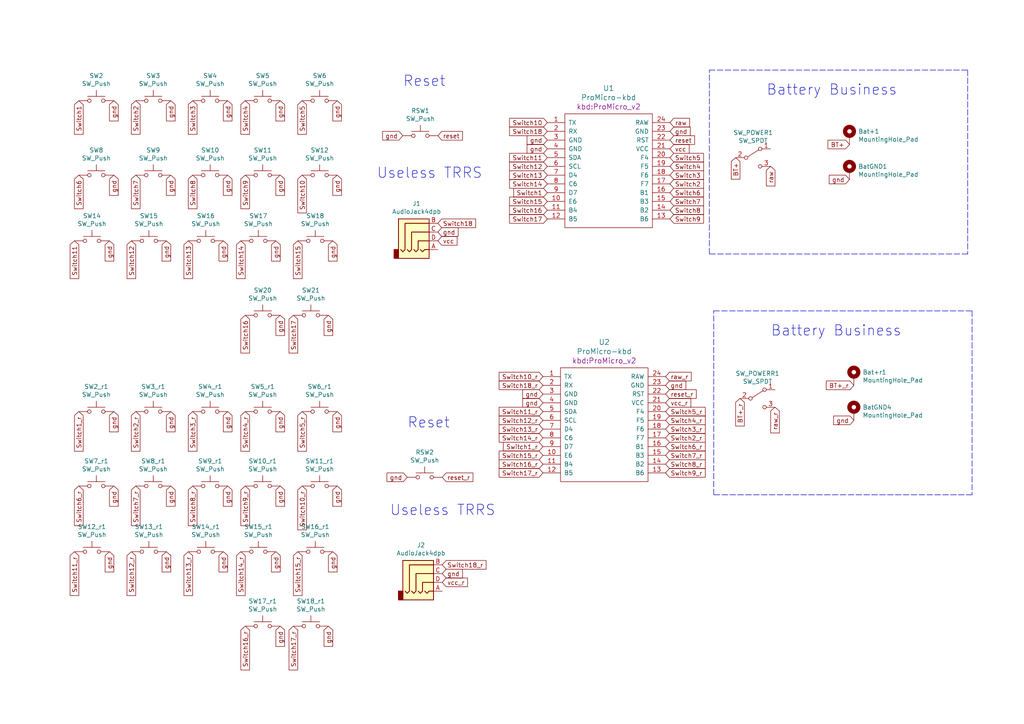
<source format=kicad_sch>
(kicad_sch (version 20211123) (generator eeschema)
  (paper "A4")
  (title_block (title "Sweep Mid") (date "2022-04-08") (rev "0.1") (company "broomlabs"))
  (lib_symbols
    (symbol "Mechanical:MountingHole_Pad" (pin_numbers hide) (pin_names (offset 1.016) hide)
      (property "Reference" "H" (at 0 6.35 0))
      (property "Value" "Mechanical_MountingHole_Pad" (at 0 4.445 0))
      (symbol "MountingHole_Pad_0_1"
        (circle (center 0 1.27) (radius 1.27) (stroke (width 1.27)))
      )
      (symbol "MountingHole_Pad_1_1"
        (pin input line (at 0 -2.54 90) (length 2.54) (name "1") (number "1"))
      )
    )
    (symbol "Switch:SW_Push" (pin_numbers hide) (pin_names (offset 1.016) hide)
      (property "Reference" "SW" (at 1.27 2.54 0))
      (property "Value" "Switch_SW_Push" (at 0 -1.524 0))
      (symbol "SW_Push_0_1"
        (circle (center -2.032 0) (radius 0.508))
        (polyline (pts (xy 0 1.27) (xy 0 3.048)))
        (polyline (pts (xy 2.54 1.27) (xy -2.54 1.27)))
        (circle (center 2.032 0) (radius 0.508))
        (pin passive line (at -5.08 0 0) (length 2.54) (name "1") (number "1"))
        (pin passive line (at 5.08 0 180) (length 2.54) (name "2") (number "2"))
      )
    )
    (symbol "Switch:SW_SPDT" (pin_names (offset 0) hide)
      (property "Reference" "SW" (at 0 4.318 0))
      (property "Value" "Switch_SW_SPDT" (at 0 -5.08 0))
      (symbol "SW_SPDT_0_0"
        (circle (center -2.032 0) (radius 0.508))
        (circle (center 2.032 -2.54) (radius 0.508))
      )
      (symbol "SW_SPDT_0_1"
        (polyline (pts (xy -1.524 0.254) (xy 1.651 2.286)))
        (circle (center 2.032 2.54) (radius 0.508))
      )
      (symbol "SW_SPDT_1_1"
        (pin passive line (at 5.08 2.54 180) (length 2.54) (name "A") (number "1"))
        (pin passive line (at -5.08 0 0) (length 2.54) (name "B") (number "2"))
        (pin passive line (at 5.08 -2.54 180) (length 2.54) (name "C") (number "3"))
      )
    )
    (symbol "sweepv2-rescue:ProMicro-kbd-bigblackpill-34key-rescue" (pin_names (offset 1.016))
      (property "Reference" "U" (at 0 24.13 0))
      (property "Value" "sweepv2-rescue_ProMicro-kbd-bigblackpill-34key-rescue" (at 0 -13.97 0))
      (symbol "ProMicro-kbd-bigblackpill-34key-rescue_0_1"
        (rectangle (start -12.7 21.59) (end 12.7 -11.43))
      )
      (symbol "ProMicro-kbd-bigblackpill-34key-rescue_1_1"
        (pin bidirectional line (at -17.78 19.05 0) (length 5.08) (name "TX") (number "1"))
        (pin bidirectional line (at -17.78 -3.81 0) (length 5.08) (name "E6") (number "10"))
        (pin bidirectional line (at -17.78 -6.35 0) (length 5.08) (name "B4") (number "11"))
        (pin bidirectional line (at -17.78 -8.89 0) (length 5.08) (name "B5") (number "12"))
        (pin bidirectional line (at 17.78 -8.89 180) (length 5.08) (name "B6") (number "13"))
        (pin bidirectional line (at 17.78 -6.35 180) (length 5.08) (name "B2") (number "14"))
        (pin bidirectional line (at 17.78 -3.81 180) (length 5.08) (name "B3") (number "15"))
        (pin bidirectional line (at 17.78 -1.27 180) (length 5.08) (name "B1") (number "16"))
        (pin bidirectional line (at 17.78 1.27 180) (length 5.08) (name "F7") (number "17"))
        (pin bidirectional line (at 17.78 3.81 180) (length 5.08) (name "F6") (number "18"))
        (pin bidirectional line (at 17.78 6.35 180) (length 5.08) (name "F5") (number "19"))
        (pin bidirectional line (at -17.78 16.51 0) (length 5.08) (name "RX") (number "2"))
        (pin bidirectional line (at 17.78 8.89 180) (length 5.08) (name "F4") (number "20"))
        (pin power_in line (at 17.78 11.43 180) (length 5.08) (name "VCC") (number "21"))
        (pin input line (at 17.78 13.97 180) (length 5.08) (name "RST") (number "22"))
        (pin power_in line (at 17.78 16.51 180) (length 5.08) (name "GND") (number "23"))
        (pin power_out line (at 17.78 19.05 180) (length 5.08) (name "RAW") (number "24"))
        (pin power_in line (at -17.78 13.97 0) (length 5.08) (name "GND") (number "3"))
        (pin power_in line (at -17.78 11.43 0) (length 5.08) (name "GND") (number "4"))
        (pin bidirectional line (at -17.78 8.89 0) (length 5.08) (name "SDA") (number "5"))
        (pin bidirectional line (at -17.78 6.35 0) (length 5.08) (name "SCL") (number "6"))
        (pin bidirectional line (at -17.78 3.81 0) (length 5.08) (name "D4") (number "7"))
        (pin bidirectional line (at -17.78 1.27 0) (length 5.08) (name "C6") (number "8"))
        (pin bidirectional line (at -17.78 -1.27 0) (length 5.08) (name "D7") (number "9"))
      )
    )
    (symbol "tokas_bp:AudioJack4dpb"
      (property "Reference" "J" (at 0 8.89 0))
      (property "Value" "tokas_bp_AudioJack4dpb" (at 0 6.35 0))
      (symbol "AudioJack4dpb_0_1"
        (rectangle (start -6.35 -5.08) (end -7.62 -7.62) (stroke (width 0.254)) (fill (type outline)))
        (polyline (pts (xy 0 -5.08) (xy 0.635 -5.715) (xy 1.27 -5.08) (xy 2.54 -5.08)) (stroke (width 0.254)))
        (polyline (pts (xy -5.715 -5.08) (xy -5.08 -5.715) (xy -4.445 -5.08) (xy -4.445 2.54) (xy 2.54 2.54)) (stroke (width 0.254)))
        (polyline (pts (xy -1.905 -5.08) (xy -1.27 -5.715) (xy -0.635 -5.08) (xy -0.635 -2.54) (xy 2.54 -2.54)) (stroke (width 0.254)))
        (polyline (pts (xy 2.54 0) (xy -2.54 0) (xy -2.54 -5.08) (xy -3.175 -5.715) (xy -3.81 -5.08)) (stroke (width 0.254)))
        (rectangle (start 2.54 3.81) (end -6.35 -7.62) (stroke (width 0.254)) (fill (type background)))
      )
      (symbol "AudioJack4dpb_1_1"
        (pin passive line (at 5.08 -5.08 180) (length 2.54) (name "~") (number "A"))
        (pin passive line (at 5.08 2.54 180) (length 2.54) (name "~") (number "B"))
        (pin passive line (at 5.08 0 180) (length 2.54) (name "~") (number "C"))
        (pin passive line (at 5.08 -2.54 180) (length 2.54) (name "~") (number "D"))
      )
    )
  )
  (polyline (pts (xy 280.67 73.66) (xy 205.74 73.66)))
  (polyline (pts (xy 281.94 90.17) (xy 281.94 143.51)))
  (polyline (pts (xy 205.74 73.66) (xy 205.74 20.32)))
  (polyline (pts (xy 280.67 20.32) (xy 280.67 73.66)))
  (polyline (pts (xy 205.74 20.32) (xy 280.67 20.32)))
  (polyline (pts (xy 281.94 143.51) (xy 207.01 143.51)))
  (polyline (pts (xy 207.01 143.51) (xy 207.01 90.17)))
  (polyline (pts (xy 207.01 90.17) (xy 281.94 90.17)))
  (text "Battery Business" (at 223.52 97.79 0) (effects (font (size 2.9972 2.9972)) (justify left bottom)))
  (text "Useless TRRS\n" (at 113.03 149.86 0) (effects (font (size 2.9972 2.9972)) (justify left bottom)))
  (text "Reset" (at 116.84 25.4 0) (effects (font (size 2.9972 2.9972)) (justify left bottom)))
  (text "Battery Business" (at 222.25 27.94 0) (effects (font (size 2.9972 2.9972)) (justify left bottom)))
  (text "Reset" (at 118.11 124.46 0) (effects (font (size 2.9972 2.9972)) (justify left bottom)))
  (text "Useless TRRS\n" (at 109.22 52.07 0) (effects (font (size 2.9972 2.9972)) (justify left bottom)))
  (global_label "Switch4" (shape input) (at 71.12 29.21 270) (property "Intersheet References" "${INTERSHEET_REFS}" (effects hide)))
  (global_label "Switch6_r" (shape input) (at 22.86 140.97 270) (property "Intersheet References" "${INTERSHEET_REFS}" (effects hide)))
  (global_label "gnd" (shape input) (at 33.02 29.21 270) (property "Intersheet References" "${INTERSHEET_REFS}" (effects hide)))
  (global_label "raw_r" (shape input) (at 193.04 109.22 0) (property "Intersheet References" "${INTERSHEET_REFS}" (effects hide)))
  (global_label "Switch5_r" (shape input) (at 87.63 119.38 270) (property "Intersheet References" "${INTERSHEET_REFS}" (effects hide)))
  (global_label "gnd" (shape input) (at 118.11 138.43 180) (property "Intersheet References" "${INTERSHEET_REFS}" (effects hide)))
  (global_label "gnd" (shape input) (at 97.79 50.8 270) (property "Intersheet References" "${INTERSHEET_REFS}" (effects hide)))
  (global_label "reset_r" (shape input) (at 193.04 114.3 0) (property "Intersheet References" "${INTERSHEET_REFS}" (effects hide)))
  (global_label "Switch11" (shape input) (at 158.75 45.72 180) (property "Intersheet References" "${INTERSHEET_REFS}" (effects hide)))
  (global_label "Switch3_r" (shape input) (at 193.04 124.46 0) (property "Intersheet References" "${INTERSHEET_REFS}" (effects hide)))
  (global_label "gnd" (shape input) (at 31.75 160.02 270) (property "Intersheet References" "${INTERSHEET_REFS}" (effects hide)))
  (global_label "gnd" (shape input) (at 158.75 43.18 180) (property "Intersheet References" "${INTERSHEET_REFS}" (effects hide)))
  (global_label "Switch18" (shape input) (at 158.75 38.1 180) (property "Intersheet References" "${INTERSHEET_REFS}" (effects hide)))
  (global_label "Switch17_r" (shape input) (at 157.48 137.16 180) (property "Intersheet References" "${INTERSHEET_REFS}" (effects hide)))
  (global_label "gnd" (shape input) (at 81.28 29.21 270) (property "Intersheet References" "${INTERSHEET_REFS}" (effects hide)))
  (global_label "Switch11" (shape input) (at 21.59 69.85 270) (property "Intersheet References" "${INTERSHEET_REFS}" (effects hide)))
  (global_label "raw_r" (shape input) (at 224.79 118.11 270) (property "Intersheet References" "${INTERSHEET_REFS}" (effects hide)))
  (global_label "Switch13_r" (shape input) (at 54.61 160.02 270) (property "Intersheet References" "${INTERSHEET_REFS}" (effects hide)))
  (global_label "Switch16_r" (shape input) (at 71.12 181.61 270) (property "Intersheet References" "${INTERSHEET_REFS}" (effects hide)))
  (global_label "Switch12" (shape input) (at 38.1 69.85 270) (property "Intersheet References" "${INTERSHEET_REFS}" (effects hide)))
  (global_label "BT+" (shape input) (at 213.36 45.72 270) (property "Intersheet References" "${INTERSHEET_REFS}" (effects hide)))
  (global_label "Switch11_r" (shape input) (at 157.48 119.38 180) (property "Intersheet References" "${INTERSHEET_REFS}" (effects hide)))
  (global_label "gnd" (shape input) (at 96.52 160.02 270) (property "Intersheet References" "${INTERSHEET_REFS}" (effects hide)))
  (global_label "gnd" (shape input) (at 33.02 50.8 270) (property "Intersheet References" "${INTERSHEET_REFS}" (effects hide)))
  (global_label "Switch3_r" (shape input) (at 55.88 119.38 270) (property "Intersheet References" "${INTERSHEET_REFS}" (effects hide)))
  (global_label "Switch8" (shape input) (at 55.88 50.8 270) (property "Intersheet References" "${INTERSHEET_REFS}" (effects hide)))
  (global_label "Switch2_r" (shape input) (at 39.37 119.38 270) (property "Intersheet References" "${INTERSHEET_REFS}" (effects hide)))
  (global_label "gnd" (shape input) (at 33.02 119.38 270) (property "Intersheet References" "${INTERSHEET_REFS}" (effects hide)))
  (global_label "gnd" (shape input) (at 64.77 160.02 270) (property "Intersheet References" "${INTERSHEET_REFS}" (effects hide)))
  (global_label "gnd" (shape input) (at 66.04 50.8 270) (property "Intersheet References" "${INTERSHEET_REFS}" (effects hide)))
  (global_label "reset" (shape input) (at 127 39.37 0) (property "Intersheet References" "${INTERSHEET_REFS}" (effects hide)))
  (global_label "gnd" (shape input) (at 81.28 140.97 270) (property "Intersheet References" "${INTERSHEET_REFS}" (effects hide)))
  (global_label "Switch4_r" (shape input) (at 71.12 119.38 270) (property "Intersheet References" "${INTERSHEET_REFS}" (effects hide)))
  (global_label "Switch4" (shape input) (at 194.31 48.26 0) (property "Intersheet References" "${INTERSHEET_REFS}" (effects hide)))
  (global_label "Switch2" (shape input) (at 39.37 29.21 270) (property "Intersheet References" "${INTERSHEET_REFS}" (effects hide)))
  (global_label "gnd" (shape input) (at 31.75 69.85 270) (property "Intersheet References" "${INTERSHEET_REFS}" (effects hide)))
  (global_label "reset_r" (shape input) (at 128.27 138.43 0) (property "Intersheet References" "${INTERSHEET_REFS}" (effects hide)))
  (global_label "Switch13" (shape input) (at 158.75 50.8 180) (property "Intersheet References" "${INTERSHEET_REFS}" (effects hide)))
  (global_label "Switch14" (shape input) (at 158.75 53.34 180) (property "Intersheet References" "${INTERSHEET_REFS}" (effects hide)))
  (global_label "Switch7_r" (shape input) (at 39.37 140.97 270) (property "Intersheet References" "${INTERSHEET_REFS}" (effects hide)))
  (global_label "Switch17_r" (shape input) (at 85.09 181.61 270) (property "Intersheet References" "${INTERSHEET_REFS}" (effects hide)))
  (global_label "Switch1" (shape input) (at 158.75 55.88 180) (property "Intersheet References" "${INTERSHEET_REFS}" (effects hide)))
  (global_label "gnd" (shape input) (at 97.79 140.97 270) (property "Intersheet References" "${INTERSHEET_REFS}" (effects hide)))
  (global_label "Switch10_r" (shape input) (at 87.63 140.97 270) (property "Intersheet References" "${INTERSHEET_REFS}" (effects hide)))
  (global_label "Switch10_r" (shape input) (at 157.48 109.22 180) (property "Intersheet References" "${INTERSHEET_REFS}" (effects hide)))
  (global_label "Switch18" (shape input) (at 127 64.77 0) (property "Intersheet References" "${INTERSHEET_REFS}" (effects hide)))
  (global_label "gnd" (shape input) (at 80.01 69.85 270) (property "Intersheet References" "${INTERSHEET_REFS}" (effects hide)))
  (global_label "Switch14_r" (shape input) (at 69.85 160.02 270) (property "Intersheet References" "${INTERSHEET_REFS}" (effects hide)))
  (global_label "gnd" (shape input) (at 81.28 91.44 270) (property "Intersheet References" "${INTERSHEET_REFS}" (effects hide)))
  (global_label "gnd" (shape input) (at 48.26 69.85 270) (property "Intersheet References" "${INTERSHEET_REFS}" (effects hide)))
  (global_label "Switch7_r" (shape input) (at 193.04 132.08 0) (property "Intersheet References" "${INTERSHEET_REFS}" (effects hide)))
  (global_label "Switch17" (shape input) (at 158.75 63.5 180) (property "Intersheet References" "${INTERSHEET_REFS}" (effects hide)))
  (global_label "Switch9_r" (shape input) (at 193.04 137.16 0) (property "Intersheet References" "${INTERSHEET_REFS}" (effects hide)))
  (global_label "gnd" (shape input) (at 194.31 38.1 0) (property "Intersheet References" "${INTERSHEET_REFS}" (effects hide)))
  (global_label "Switch11_r" (shape input) (at 21.59 160.02 270) (property "Intersheet References" "${INTERSHEET_REFS}" (effects hide)))
  (global_label "Switch8" (shape input) (at 194.31 60.96 0) (property "Intersheet References" "${INTERSHEET_REFS}" (effects hide)))
  (global_label "BT+_r" (shape input) (at 214.63 115.57 270) (property "Intersheet References" "${INTERSHEET_REFS}" (effects hide)))
  (global_label "Switch13" (shape input) (at 54.61 69.85 270) (property "Intersheet References" "${INTERSHEET_REFS}" (effects hide)))
  (global_label "gnd" (shape input) (at 157.48 114.3 180) (property "Intersheet References" "${INTERSHEET_REFS}" (effects hide)))
  (global_label "gnd" (shape input) (at 66.04 119.38 270) (property "Intersheet References" "${INTERSHEET_REFS}" (effects hide)))
  (global_label "gnd" (shape input) (at 95.25 91.44 270) (property "Intersheet References" "${INTERSHEET_REFS}" (effects hide)))
  (global_label "Switch16" (shape input) (at 71.12 91.44 270) (property "Intersheet References" "${INTERSHEET_REFS}" (effects hide)))
  (global_label "gnd" (shape input) (at 81.28 119.38 270) (property "Intersheet References" "${INTERSHEET_REFS}" (effects hide)))
  (global_label "Switch1" (shape input) (at 22.86 29.21 270) (property "Intersheet References" "${INTERSHEET_REFS}" (effects hide)))
  (global_label "Switch12_r" (shape input) (at 38.1 160.02 270) (property "Intersheet References" "${INTERSHEET_REFS}" (effects hide)))
  (global_label "Switch12" (shape input) (at 158.75 48.26 180) (property "Intersheet References" "${INTERSHEET_REFS}" (effects hide)))
  (global_label "vcc_r" (shape input) (at 128.27 168.91 0) (property "Intersheet References" "${INTERSHEET_REFS}" (effects hide)))
  (global_label "Switch2_r" (shape input) (at 193.04 127 0) (property "Intersheet References" "${INTERSHEET_REFS}" (effects hide)))
  (global_label "vcc" (shape input) (at 194.31 43.18 0) (property "Intersheet References" "${INTERSHEET_REFS}" (effects hide)))
  (global_label "Switch14" (shape input) (at 69.85 69.85 270) (property "Intersheet References" "${INTERSHEET_REFS}" (effects hide)))
  (global_label "gnd" (shape input) (at 66.04 140.97 270) (property "Intersheet References" "${INTERSHEET_REFS}" (effects hide)))
  (global_label "Switch17" (shape input) (at 85.09 91.44 270) (property "Intersheet References" "${INTERSHEET_REFS}" (effects hide)))
  (global_label "gnd" (shape input) (at 66.04 29.21 270) (property "Intersheet References" "${INTERSHEET_REFS}" (effects hide)))
  (global_label "gnd" (shape input) (at 97.79 119.38 270) (property "Intersheet References" "${INTERSHEET_REFS}" (effects hide)))
  (global_label "gnd" (shape input) (at 81.28 50.8 270) (property "Intersheet References" "${INTERSHEET_REFS}" (effects hide)))
  (global_label "Switch1_r" (shape input) (at 157.48 129.54 180) (property "Intersheet References" "${INTERSHEET_REFS}" (effects hide)))
  (global_label "Switch5" (shape input) (at 87.63 29.21 270) (property "Intersheet References" "${INTERSHEET_REFS}" (effects hide)))
  (global_label "gnd" (shape input) (at 33.02 140.97 270) (property "Intersheet References" "${INTERSHEET_REFS}" (effects hide)))
  (global_label "gnd" (shape input) (at 49.53 29.21 270) (property "Intersheet References" "${INTERSHEET_REFS}" (effects hide)))
  (global_label "Switch6" (shape input) (at 22.86 50.8 270) (property "Intersheet References" "${INTERSHEET_REFS}" (effects hide)))
  (global_label "gnd" (shape input) (at 127 67.31 0) (property "Intersheet References" "${INTERSHEET_REFS}" (effects hide)))
  (global_label "Switch16_r" (shape input) (at 157.48 134.62 180) (property "Intersheet References" "${INTERSHEET_REFS}" (effects hide)))
  (global_label "Switch15" (shape input) (at 86.36 69.85 270) (property "Intersheet References" "${INTERSHEET_REFS}" (effects hide)))
  (global_label "Switch8_r" (shape input) (at 55.88 140.97 270) (property "Intersheet References" "${INTERSHEET_REFS}" (effects hide)))
  (global_label "Switch15" (shape input) (at 158.75 58.42 180) (property "Intersheet References" "${INTERSHEET_REFS}" (effects hide)))
  (global_label "gnd" (shape input) (at 48.26 160.02 270) (property "Intersheet References" "${INTERSHEET_REFS}" (effects hide)))
  (global_label "Switch12_r" (shape input) (at 157.48 121.92 180) (property "Intersheet References" "${INTERSHEET_REFS}" (effects hide)))
  (global_label "gnd" (shape input) (at 80.01 160.02 270) (property "Intersheet References" "${INTERSHEET_REFS}" (effects hide)))
  (global_label "BT+_r" (shape input) (at 247.65 111.76 180) (property "Intersheet References" "${INTERSHEET_REFS}" (effects hide)))
  (global_label "gnd" (shape input) (at 96.52 69.85 270) (property "Intersheet References" "${INTERSHEET_REFS}" (effects hide)))
  (global_label "Switch14_r" (shape input) (at 157.48 127 180) (property "Intersheet References" "${INTERSHEET_REFS}" (effects hide)))
  (global_label "Switch18_r" (shape input) (at 157.48 111.76 180) (property "Intersheet References" "${INTERSHEET_REFS}" (effects hide)))
  (global_label "Switch7" (shape input) (at 39.37 50.8 270) (property "Intersheet References" "${INTERSHEET_REFS}" (effects hide)))
  (global_label "gnd" (shape input) (at 193.04 111.76 0) (property "Intersheet References" "${INTERSHEET_REFS}" (effects hide)))
  (global_label "Switch2" (shape input) (at 194.31 53.34 0) (property "Intersheet References" "${INTERSHEET_REFS}" (effects hide)))
  (global_label "Switch9" (shape input) (at 71.12 50.8 270) (property "Intersheet References" "${INTERSHEET_REFS}" (effects hide)))
  (global_label "Switch1_r" (shape input) (at 22.86 119.38 270) (property "Intersheet References" "${INTERSHEET_REFS}" (effects hide)))
  (global_label "gnd" (shape input) (at 97.79 29.21 270) (property "Intersheet References" "${INTERSHEET_REFS}" (effects hide)))
  (global_label "Switch15_r" (shape input) (at 86.36 160.02 270) (property "Intersheet References" "${INTERSHEET_REFS}" (effects hide)))
  (global_label "Switch10" (shape input) (at 87.63 50.8 270) (property "Intersheet References" "${INTERSHEET_REFS}" (effects hide)))
  (global_label "Switch18_r" (shape input) (at 128.27 163.83 0) (property "Intersheet References" "${INTERSHEET_REFS}" (effects hide)))
  (global_label "Switch9_r" (shape input) (at 71.12 140.97 270) (property "Intersheet References" "${INTERSHEET_REFS}" (effects hide)))
  (global_label "gnd" (shape input) (at 158.75 40.64 180) (property "Intersheet References" "${INTERSHEET_REFS}" (effects hide)))
  (global_label "BT+" (shape input) (at 246.38 41.91 180) (property "Intersheet References" "${INTERSHEET_REFS}" (effects hide)))
  (global_label "gnd" (shape input) (at 95.25 181.61 270) (property "Intersheet References" "${INTERSHEET_REFS}" (effects hide)))
  (global_label "Switch9" (shape input) (at 194.31 63.5 0) (property "Intersheet References" "${INTERSHEET_REFS}" (effects hide)))
  (global_label "gnd" (shape input) (at 81.28 181.61 270) (property "Intersheet References" "${INTERSHEET_REFS}" (effects hide)))
  (global_label "gnd" (shape input) (at 246.38 52.07 180) (property "Intersheet References" "${INTERSHEET_REFS}" (effects hide)))
  (global_label "gnd" (shape input) (at 64.77 69.85 270) (property "Intersheet References" "${INTERSHEET_REFS}" (effects hide)))
  (global_label "raw" (shape input) (at 223.52 48.26 270) (property "Intersheet References" "${INTERSHEET_REFS}" (effects hide)))
  (global_label "raw" (shape input) (at 194.31 35.56 0) (property "Intersheet References" "${INTERSHEET_REFS}" (effects hide)))
  (global_label "Switch10" (shape input) (at 158.75 35.56 180) (property "Intersheet References" "${INTERSHEET_REFS}" (effects hide)))
  (global_label "Switch13_r" (shape input) (at 157.48 124.46 180) (property "Intersheet References" "${INTERSHEET_REFS}" (effects hide)))
  (global_label "vcc_r" (shape input) (at 193.04 116.84 0) (property "Intersheet References" "${INTERSHEET_REFS}" (effects hide)))
  (global_label "gnd" (shape input) (at 49.53 140.97 270) (property "Intersheet References" "${INTERSHEET_REFS}" (effects hide)))
  (global_label "vcc" (shape input) (at 127 69.85 0) (property "Intersheet References" "${INTERSHEET_REFS}" (effects hide)))
  (global_label "gnd" (shape input) (at 247.65 121.92 180) (property "Intersheet References" "${INTERSHEET_REFS}" (effects hide)))
  (global_label "Switch15_r" (shape input) (at 157.48 132.08 180) (property "Intersheet References" "${INTERSHEET_REFS}" (effects hide)))
  (global_label "Switch5_r" (shape input) (at 193.04 119.38 0) (property "Intersheet References" "${INTERSHEET_REFS}" (effects hide)))
  (global_label "Switch8_r" (shape input) (at 193.04 134.62 0) (property "Intersheet References" "${INTERSHEET_REFS}" (effects hide)))
  (global_label "Switch5" (shape input) (at 194.31 45.72 0) (property "Intersheet References" "${INTERSHEET_REFS}" (effects hide)))
  (global_label "gnd" (shape input) (at 49.53 119.38 270) (property "Intersheet References" "${INTERSHEET_REFS}" (effects hide)))
  (global_label "Switch4_r" (shape input) (at 193.04 121.92 0) (property "Intersheet References" "${INTERSHEET_REFS}" (effects hide)))
  (global_label "gnd" (shape input) (at 49.53 50.8 270) (property "Intersheet References" "${INTERSHEET_REFS}" (effects hide)))
  (global_label "Switch7" (shape input) (at 194.31 58.42 0) (property "Intersheet References" "${INTERSHEET_REFS}" (effects hide)))
  (global_label "gnd" (shape input) (at 128.27 166.37 0) (property "Intersheet References" "${INTERSHEET_REFS}" (effects hide)))
  (global_label "Switch6" (shape input) (at 194.31 55.88 0) (property "Intersheet References" "${INTERSHEET_REFS}" (effects hide)))
  (global_label "Switch16" (shape input) (at 158.75 60.96 180) (property "Intersheet References" "${INTERSHEET_REFS}" (effects hide)))
  (global_label "Switch3" (shape input) (at 55.88 29.21 270) (property "Intersheet References" "${INTERSHEET_REFS}" (effects hide)))
  (global_label "Switch3" (shape input) (at 194.31 50.8 0) (property "Intersheet References" "${INTERSHEET_REFS}" (effects hide)))
  (global_label "Switch6_r" (shape input) (at 193.04 129.54 0) (property "Intersheet References" "${INTERSHEET_REFS}" (effects hide)))
  (global_label "gnd" (shape input) (at 157.48 116.84 180) (property "Intersheet References" "${INTERSHEET_REFS}" (effects hide)))
  (global_label "reset" (shape input) (at 194.31 40.64 0) (property "Intersheet References" "${INTERSHEET_REFS}" (effects hide)))
  (global_label "gnd" (shape input) (at 116.84 39.37 180) (property "Intersheet References" "${INTERSHEET_REFS}" (effects hide)))
  (symbol (lib_id "Mechanical:MountingHole_Pad") (at 246.38 39.37 0) (unit 1)
    (property "Reference" "Bat+1" (at 248.92 38.1254 0) (effects (justify left)))
    (property "Value" "MountingHole_Pad" (at 248.92 40.4368 0) (effects (justify left)))
    (property "Footprint" "kbd:1pin_conn" (effects hide))
  )
  (symbol (lib_id "Mechanical:MountingHole_Pad") (at 246.38 49.53 0) (unit 1)
    (property "Reference" "BatGND1" (at 248.92 48.2854 0) (effects (justify left)))
    (property "Value" "MountingHole_Pad" (at 248.92 50.5968 0) (effects (justify left)))
    (property "Footprint" "kbd:1pin_conn" (effects hide))
  )
  (symbol (lib_id "sweepv2-rescue:ProMicro-kbd-bigblackpill-34key-rescue") (at 176.53 54.61 0) (unit 1)
    (property "Reference" "U1" (at 176.53 25.5778 0) (effects (font (size 1.524 1.524))))
    (property "Value" "ProMicro-kbd" (at 176.53 28.2702 0) (effects (font (size 1.524 1.524))))
    (property "Footprint" "kbd:ProMicro_v2" (at 176.53 30.9626 0) (effects (font (size 1.524 1.524))))
  )
  (symbol (lib_id "Switch:SW_Push") (at 27.94 29.21 0) (unit 1)
    (property "Reference" "SW2" (at 27.94 21.971 0))
    (property "Value" "SW_Push" (at 27.94 24.2824 0))
    (property "Footprint" "Kailh:SW_PG1350_rev_DPB" (effects hide))
  )
  (symbol (lib_id "Switch:SW_Push") (at 44.45 29.21 0) (unit 1)
    (property "Reference" "SW3" (at 44.45 21.971 0))
    (property "Value" "SW_Push" (at 44.45 24.2824 0))
    (property "Footprint" "Kailh:SW_PG1350_rev_DPB" (effects hide))
  )
  (symbol (lib_id "Switch:SW_Push") (at 60.96 29.21 0) (unit 1)
    (property "Reference" "SW4" (at 60.96 21.971 0))
    (property "Value" "SW_Push" (at 60.96 24.2824 0))
    (property "Footprint" "Kailh:SW_PG1350_rev_DPB" (effects hide))
  )
  (symbol (lib_id "Switch:SW_Push") (at 76.2 29.21 0) (unit 1)
    (property "Reference" "SW5" (at 76.2 21.971 0))
    (property "Value" "SW_Push" (at 76.2 24.2824 0))
    (property "Footprint" "Kailh:SW_PG1350_rev_DPB" (effects hide))
  )
  (symbol (lib_id "Switch:SW_Push") (at 92.71 29.21 0) (unit 1)
    (property "Reference" "SW6" (at 92.71 21.971 0))
    (property "Value" "SW_Push" (at 92.71 24.2824 0))
    (property "Footprint" "Kailh:SW_PG1350_rev_DPB" (effects hide))
  )
  (symbol (lib_id "Switch:SW_Push") (at 76.2 91.44 0) (unit 1)
    (property "Reference" "SW20" (at 76.2 84.201 0))
    (property "Value" "SW_Push" (at 76.2 86.5124 0))
    (property "Footprint" "Kailh:SW_PG1350_rev_DPB" (effects hide))
  )
  (symbol (lib_id "Switch:SW_Push") (at 90.17 91.44 0) (unit 1)
    (property "Reference" "SW21" (at 90.17 84.201 0))
    (property "Value" "SW_Push" (at 90.17 86.5124 0))
    (property "Footprint" "Kailh:SW_PG1350_rev_DPB" (effects hide))
  )
  (symbol (lib_id "Switch:SW_Push") (at 27.94 50.8 0) (unit 1)
    (property "Reference" "SW8" (at 27.94 43.561 0))
    (property "Value" "SW_Push" (at 27.94 45.8724 0))
    (property "Footprint" "Kailh:SW_PG1350_rev_DPB" (effects hide))
  )
  (symbol (lib_id "Switch:SW_Push") (at 44.45 50.8 0) (unit 1)
    (property "Reference" "SW9" (at 44.45 43.561 0))
    (property "Value" "SW_Push" (at 44.45 45.8724 0))
    (property "Footprint" "Kailh:SW_PG1350_rev_DPB" (effects hide))
  )
  (symbol (lib_id "Switch:SW_Push") (at 60.96 50.8 0) (unit 1)
    (property "Reference" "SW10" (at 60.96 43.561 0))
    (property "Value" "SW_Push" (at 60.96 45.8724 0))
    (property "Footprint" "Kailh:SW_PG1350_rev_DPB" (effects hide))
  )
  (symbol (lib_id "Switch:SW_Push") (at 76.2 50.8 0) (unit 1)
    (property "Reference" "SW11" (at 76.2 43.561 0))
    (property "Value" "SW_Push" (at 76.2 45.8724 0))
    (property "Footprint" "Kailh:SW_PG1350_rev_DPB" (effects hide))
  )
  (symbol (lib_id "Switch:SW_Push") (at 92.71 50.8 0) (unit 1)
    (property "Reference" "SW12" (at 92.71 43.561 0))
    (property "Value" "SW_Push" (at 92.71 45.8724 0))
    (property "Footprint" "Kailh:SW_PG1350_rev_DPB" (effects hide))
  )
  (symbol (lib_id "Switch:SW_Push") (at 26.67 69.85 0) (unit 1)
    (property "Reference" "SW14" (at 26.67 62.611 0))
    (property "Value" "SW_Push" (at 26.67 64.9224 0))
    (property "Footprint" "Kailh:SW_PG1350_rev_DPB" (effects hide))
  )
  (symbol (lib_id "Switch:SW_Push") (at 43.18 69.85 0) (unit 1)
    (property "Reference" "SW15" (at 43.18 62.611 0))
    (property "Value" "SW_Push" (at 43.18 64.9224 0))
    (property "Footprint" "Kailh:SW_PG1350_rev_DPB" (effects hide))
  )
  (symbol (lib_id "Switch:SW_Push") (at 59.69 69.85 0) (unit 1)
    (property "Reference" "SW16" (at 59.69 62.611 0))
    (property "Value" "SW_Push" (at 59.69 64.9224 0))
    (property "Footprint" "Kailh:SW_PG1350_rev_DPB" (effects hide))
  )
  (symbol (lib_id "Switch:SW_Push") (at 74.93 69.85 0) (unit 1)
    (property "Reference" "SW17" (at 74.93 62.611 0))
    (property "Value" "SW_Push" (at 74.93 64.9224 0))
    (property "Footprint" "Kailh:SW_PG1350_rev_DPB" (effects hide))
  )
  (symbol (lib_id "Switch:SW_Push") (at 91.44 69.85 0) (unit 1)
    (property "Reference" "SW18" (at 91.44 62.611 0))
    (property "Value" "SW_Push" (at 91.44 64.9224 0))
    (property "Footprint" "Kailh:SW_PG1350_rev_DPB" (effects hide))
  )
  (symbol (lib_id "Switch:SW_Push") (at 121.92 39.37 0) (unit 1)
    (property "Reference" "RSW1" (at 121.92 32.131 0))
    (property "Value" "SW_Push" (at 121.92 34.4424 0))
    (property "Footprint" "kbd:ResetSW" (effects hide))
  )
  (symbol (lib_id "Switch:SW_SPDT") (at 218.44 45.72 0) (unit 1)
    (property "Reference" "SW_POWER1" (at 218.44 38.481 0))
    (property "Value" "SW_SPDT" (at 218.44 40.7924 0))
    (property "Footprint" "Kailh:SPDT_C128955" (effects hide))
  )
  (symbol (lib_id "tokas_bp:AudioJack4dpb") (at 121.92 67.31 0) (unit 1)
    (property "Reference" "J1" (at 120.8278 59.055 0))
    (property "Value" "AudioJack4dpb" (at 120.8278 61.3664 0))
    (property "Footprint" "Kailh:TRRS-PJ-DPB2" (effects hide))
  )
  (symbol (lib_id "Switch:SW_Push") (at 27.94 119.38 0) (unit 1)
    (property "Reference" "SW2_r1" (at 27.94 112.141 0))
    (property "Value" "SW_Push" (at 27.94 114.4524 0))
    (property "Footprint" "Kailh:SW_PG1350_rev_DPB" (effects hide))
  )
  (symbol (lib_id "Switch:SW_Push") (at 44.45 119.38 0) (unit 1)
    (property "Reference" "SW3_r1" (at 44.45 112.141 0))
    (property "Value" "SW_Push" (at 44.45 114.4524 0))
    (property "Footprint" "Kailh:SW_PG1350_rev_DPB" (effects hide))
  )
  (symbol (lib_id "Switch:SW_Push") (at 60.96 119.38 0) (unit 1)
    (property "Reference" "SW4_r1" (at 60.96 112.141 0))
    (property "Value" "SW_Push" (at 60.96 114.4524 0))
    (property "Footprint" "Kailh:SW_PG1350_rev_DPB" (effects hide))
  )
  (symbol (lib_id "Switch:SW_Push") (at 76.2 119.38 0) (unit 1)
    (property "Reference" "SW5_r1" (at 76.2 112.141 0))
    (property "Value" "SW_Push" (at 76.2 114.4524 0))
    (property "Footprint" "Kailh:SW_PG1350_rev_DPB" (effects hide))
  )
  (symbol (lib_id "Switch:SW_Push") (at 92.71 119.38 0) (unit 1)
    (property "Reference" "SW6_r1" (at 92.71 112.141 0))
    (property "Value" "SW_Push" (at 92.71 114.4524 0))
    (property "Footprint" "Kailh:SW_PG1350_rev_DPB" (effects hide))
  )
  (symbol (lib_id "Switch:SW_Push") (at 76.2 181.61 0) (unit 1)
    (property "Reference" "SW17_r1" (at 76.2 174.371 0))
    (property "Value" "SW_Push" (at 76.2 176.6824 0))
    (property "Footprint" "Kailh:SW_PG1350_rev_DPB" (effects hide))
  )
  (symbol (lib_id "Switch:SW_Push") (at 90.17 181.61 0) (unit 1)
    (property "Reference" "SW18_r1" (at 90.17 174.371 0))
    (property "Value" "SW_Push" (at 90.17 176.6824 0))
    (property "Footprint" "Kailh:SW_PG1350_rev_DPB" (effects hide))
  )
  (symbol (lib_id "Switch:SW_Push") (at 27.94 140.97 0) (unit 1)
    (property "Reference" "SW7_r1" (at 27.94 133.731 0))
    (property "Value" "SW_Push" (at 27.94 136.0424 0))
    (property "Footprint" "Kailh:SW_PG1350_rev_DPB" (effects hide))
  )
  (symbol (lib_id "Switch:SW_Push") (at 44.45 140.97 0) (unit 1)
    (property "Reference" "SW8_r1" (at 44.45 133.731 0))
    (property "Value" "SW_Push" (at 44.45 136.0424 0))
    (property "Footprint" "Kailh:SW_PG1350_rev_DPB" (effects hide))
  )
  (symbol (lib_id "Switch:SW_Push") (at 60.96 140.97 0) (unit 1)
    (property "Reference" "SW9_r1" (at 60.96 133.731 0))
    (property "Value" "SW_Push" (at 60.96 136.0424 0))
    (property "Footprint" "Kailh:SW_PG1350_rev_DPB" (effects hide))
  )
  (symbol (lib_id "Switch:SW_Push") (at 76.2 140.97 0) (unit 1)
    (property "Reference" "SW10_r1" (at 76.2 133.731 0))
    (property "Value" "SW_Push" (at 76.2 136.0424 0))
    (property "Footprint" "Kailh:SW_PG1350_rev_DPB" (effects hide))
  )
  (symbol (lib_id "Switch:SW_Push") (at 92.71 140.97 0) (unit 1)
    (property "Reference" "SW11_r1" (at 92.71 133.731 0))
    (property "Value" "SW_Push" (at 92.71 136.0424 0))
    (property "Footprint" "Kailh:SW_PG1350_rev_DPB" (effects hide))
  )
  (symbol (lib_id "Switch:SW_Push") (at 26.67 160.02 0) (unit 1)
    (property "Reference" "SW12_r1" (at 26.67 152.781 0))
    (property "Value" "SW_Push" (at 26.67 155.0924 0))
    (property "Footprint" "Kailh:SW_PG1350_rev_DPB" (effects hide))
  )
  (symbol (lib_id "Switch:SW_Push") (at 43.18 160.02 0) (unit 1)
    (property "Reference" "SW13_r1" (at 43.18 152.781 0))
    (property "Value" "SW_Push" (at 43.18 155.0924 0))
    (property "Footprint" "Kailh:SW_PG1350_rev_DPB" (effects hide))
  )
  (symbol (lib_id "Switch:SW_Push") (at 59.69 160.02 0) (unit 1)
    (property "Reference" "SW14_r1" (at 59.69 152.781 0))
    (property "Value" "SW_Push" (at 59.69 155.0924 0))
    (property "Footprint" "Kailh:SW_PG1350_rev_DPB" (effects hide))
  )
  (symbol (lib_id "Switch:SW_Push") (at 74.93 160.02 0) (unit 1)
    (property "Reference" "SW15_r1" (at 74.93 152.781 0))
    (property "Value" "SW_Push" (at 74.93 155.0924 0))
    (property "Footprint" "Kailh:SW_PG1350_rev_DPB" (effects hide))
  )
  (symbol (lib_id "Switch:SW_Push") (at 91.44 160.02 0) (unit 1)
    (property "Reference" "SW16_r1" (at 91.44 152.781 0))
    (property "Value" "SW_Push" (at 91.44 155.0924 0))
    (property "Footprint" "Kailh:SW_PG1350_rev_DPB" (effects hide))
  )
  (symbol (lib_id "sweepv2-rescue:ProMicro-kbd-bigblackpill-34key-rescue") (at 175.26 128.27 0) (unit 1)
    (property "Reference" "U2" (at 175.26 99.2378 0) (effects (font (size 1.524 1.524))))
    (property "Value" "ProMicro-kbd" (at 175.26 101.9302 0) (effects (font (size 1.524 1.524))))
    (property "Footprint" "kbd:ProMicro_v2" (at 175.26 104.6226 0) (effects (font (size 1.524 1.524))))
  )
  (symbol (lib_id "Switch:SW_Push") (at 123.19 138.43 0) (unit 1)
    (property "Reference" "RSW2" (at 123.19 131.191 0))
    (property "Value" "SW_Push" (at 123.19 133.5024 0))
    (property "Footprint" "kbd:ResetSW" (effects hide))
  )
  (symbol (lib_id "tokas_bp:AudioJack4dpb") (at 123.19 166.37 0) (unit 1)
    (property "Reference" "J2" (at 122.0978 158.115 0))
    (property "Value" "AudioJack4dpb" (at 122.0978 160.4264 0))
    (property "Footprint" "Kailh:TRRS-PJ-DPB2" (effects hide))
  )
  (symbol (lib_id "Switch:SW_SPDT") (at 219.71 115.57 0) (unit 1)
    (property "Reference" "SW_POWERR1" (at 219.71 108.331 0))
    (property "Value" "SW_SPDT" (at 219.71 110.6424 0))
    (property "Footprint" "Kailh:SPDT_C128955" (effects hide))
  )
  (symbol (lib_id "Mechanical:MountingHole_Pad") (at 247.65 109.22 0) (unit 1)
    (property "Reference" "Bat+r1" (at 250.19 107.9754 0) (effects (justify left)))
    (property "Value" "MountingHole_Pad" (at 250.19 110.2868 0) (effects (justify left)))
    (property "Footprint" "kbd:1pin_conn" (effects hide))
  )
  (symbol (lib_id "Mechanical:MountingHole_Pad") (at 247.65 119.38 0) (unit 1)
    (property "Reference" "BatGND4" (at 250.19 118.1354 0) (effects (justify left)))
    (property "Value" "MountingHole_Pad" (at 250.19 120.4468 0) (effects (justify left)))
    (property "Footprint" "kbd:1pin_conn" (effects hide))
  )
)
</source>
